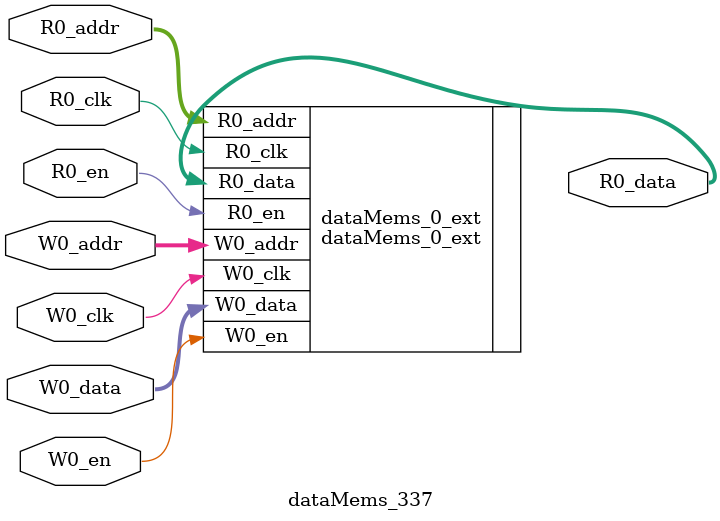
<source format=sv>
`ifndef RANDOMIZE
  `ifdef RANDOMIZE_REG_INIT
    `define RANDOMIZE
  `endif // RANDOMIZE_REG_INIT
`endif // not def RANDOMIZE
`ifndef RANDOMIZE
  `ifdef RANDOMIZE_MEM_INIT
    `define RANDOMIZE
  `endif // RANDOMIZE_MEM_INIT
`endif // not def RANDOMIZE

`ifndef RANDOM
  `define RANDOM $random
`endif // not def RANDOM

// Users can define 'PRINTF_COND' to add an extra gate to prints.
`ifndef PRINTF_COND_
  `ifdef PRINTF_COND
    `define PRINTF_COND_ (`PRINTF_COND)
  `else  // PRINTF_COND
    `define PRINTF_COND_ 1
  `endif // PRINTF_COND
`endif // not def PRINTF_COND_

// Users can define 'ASSERT_VERBOSE_COND' to add an extra gate to assert error printing.
`ifndef ASSERT_VERBOSE_COND_
  `ifdef ASSERT_VERBOSE_COND
    `define ASSERT_VERBOSE_COND_ (`ASSERT_VERBOSE_COND)
  `else  // ASSERT_VERBOSE_COND
    `define ASSERT_VERBOSE_COND_ 1
  `endif // ASSERT_VERBOSE_COND
`endif // not def ASSERT_VERBOSE_COND_

// Users can define 'STOP_COND' to add an extra gate to stop conditions.
`ifndef STOP_COND_
  `ifdef STOP_COND
    `define STOP_COND_ (`STOP_COND)
  `else  // STOP_COND
    `define STOP_COND_ 1
  `endif // STOP_COND
`endif // not def STOP_COND_

// Users can define INIT_RANDOM as general code that gets injected into the
// initializer block for modules with registers.
`ifndef INIT_RANDOM
  `define INIT_RANDOM
`endif // not def INIT_RANDOM

// If using random initialization, you can also define RANDOMIZE_DELAY to
// customize the delay used, otherwise 0.002 is used.
`ifndef RANDOMIZE_DELAY
  `define RANDOMIZE_DELAY 0.002
`endif // not def RANDOMIZE_DELAY

// Define INIT_RANDOM_PROLOG_ for use in our modules below.
`ifndef INIT_RANDOM_PROLOG_
  `ifdef RANDOMIZE
    `ifdef VERILATOR
      `define INIT_RANDOM_PROLOG_ `INIT_RANDOM
    `else  // VERILATOR
      `define INIT_RANDOM_PROLOG_ `INIT_RANDOM #`RANDOMIZE_DELAY begin end
    `endif // VERILATOR
  `else  // RANDOMIZE
    `define INIT_RANDOM_PROLOG_
  `endif // RANDOMIZE
`endif // not def INIT_RANDOM_PROLOG_

// Include register initializers in init blocks unless synthesis is set
`ifndef SYNTHESIS
  `ifndef ENABLE_INITIAL_REG_
    `define ENABLE_INITIAL_REG_
  `endif // not def ENABLE_INITIAL_REG_
`endif // not def SYNTHESIS

// Include rmemory initializers in init blocks unless synthesis is set
`ifndef SYNTHESIS
  `ifndef ENABLE_INITIAL_MEM_
    `define ENABLE_INITIAL_MEM_
  `endif // not def ENABLE_INITIAL_MEM_
`endif // not def SYNTHESIS

module dataMems_337(	// @[generators/ara/src/main/scala/UnsafeAXI4ToTL.scala:365:62]
  input  [4:0]  R0_addr,
  input         R0_en,
  input         R0_clk,
  output [66:0] R0_data,
  input  [4:0]  W0_addr,
  input         W0_en,
  input         W0_clk,
  input  [66:0] W0_data
);

  dataMems_0_ext dataMems_0_ext (	// @[generators/ara/src/main/scala/UnsafeAXI4ToTL.scala:365:62]
    .R0_addr (R0_addr),
    .R0_en   (R0_en),
    .R0_clk  (R0_clk),
    .R0_data (R0_data),
    .W0_addr (W0_addr),
    .W0_en   (W0_en),
    .W0_clk  (W0_clk),
    .W0_data (W0_data)
  );
endmodule


</source>
